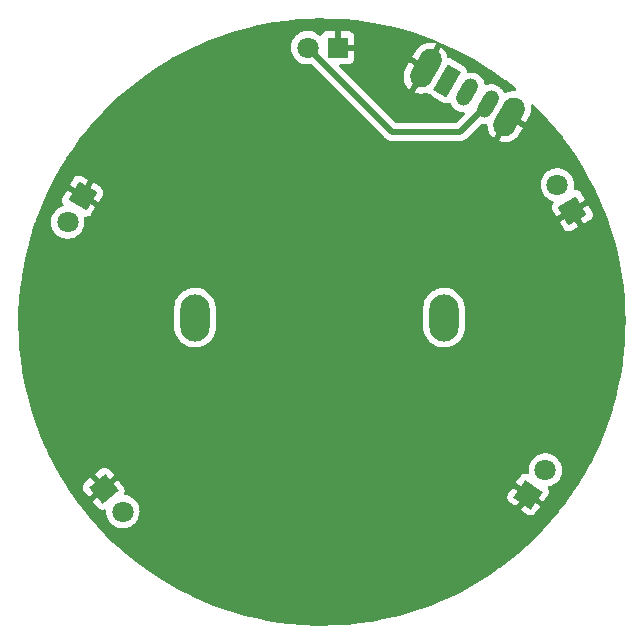
<source format=gbr>
%TF.GenerationSoftware,KiCad,Pcbnew,(6.0.1)*%
%TF.CreationDate,2022-04-19T14:46:11-07:00*%
%TF.ProjectId,Alpenglow_GoldSun_PCB,416c7065-6e67-46c6-9f77-5f476f6c6453,rev?*%
%TF.SameCoordinates,Original*%
%TF.FileFunction,Copper,L1,Top*%
%TF.FilePolarity,Positive*%
%FSLAX46Y46*%
G04 Gerber Fmt 4.6, Leading zero omitted, Abs format (unit mm)*
G04 Created by KiCad (PCBNEW (6.0.1)) date 2022-04-19 14:46:11*
%MOMM*%
%LPD*%
G01*
G04 APERTURE LIST*
G04 Aperture macros list*
%AMHorizOval*
0 Thick line with rounded ends*
0 $1 width*
0 $2 $3 position (X,Y) of the first rounded end (center of the circle)*
0 $4 $5 position (X,Y) of the second rounded end (center of the circle)*
0 Add line between two ends*
20,1,$1,$2,$3,$4,$5,0*
0 Add two circle primitives to create the rounded ends*
1,1,$1,$2,$3*
1,1,$1,$4,$5*%
%AMRotRect*
0 Rectangle, with rotation*
0 The origin of the aperture is its center*
0 $1 length*
0 $2 width*
0 $3 Rotation angle, in degrees counterclockwise*
0 Add horizontal line*
21,1,$1,$2,0,0,$3*%
G04 Aperture macros list end*
%TA.AperFunction,ComponentPad*%
%ADD10R,1.800000X1.800000*%
%TD*%
%TA.AperFunction,ComponentPad*%
%ADD11C,1.800000*%
%TD*%
%TA.AperFunction,ComponentPad*%
%ADD12RotRect,1.800000X1.800000X240.000000*%
%TD*%
%TA.AperFunction,ComponentPad*%
%ADD13RotRect,1.800000X1.800000X120.000000*%
%TD*%
%TA.AperFunction,ComponentPad*%
%ADD14RotRect,1.800000X1.800000X310.000000*%
%TD*%
%TA.AperFunction,ComponentPad*%
%ADD15RotRect,1.800000X1.800000X55.000000*%
%TD*%
%TA.AperFunction,ComponentPad*%
%ADD16O,2.500000X4.000000*%
%TD*%
%TA.AperFunction,ComponentPad*%
%ADD17HorizOval,1.900000X-0.400000X-0.692820X0.400000X0.692820X0*%
%TD*%
%TA.AperFunction,ComponentPad*%
%ADD18RotRect,1.300000X2.500000X330.000000*%
%TD*%
%TA.AperFunction,ComponentPad*%
%ADD19HorizOval,1.300000X-0.300000X-0.519615X0.300000X0.519615X0*%
%TD*%
%TA.AperFunction,Conductor*%
%ADD20C,0.508000*%
%TD*%
G04 APERTURE END LIST*
D10*
%TO.P,D1,1*%
%TO.N,GND*%
X153924000Y-66548000D03*
D11*
%TO.P,D1,2*%
%TO.N,Net-(D1-Pad2)*%
X151384000Y-66548000D03*
%TD*%
D12*
%TO.P,D2,1*%
%TO.N,GND*%
X132334000Y-79121000D03*
D11*
%TO.P,D2,2*%
%TO.N,Net-(D1-Pad2)*%
X131064000Y-81320705D03*
%TD*%
D13*
%TO.P,D3,1*%
%TO.N,GND*%
X173812200Y-80365600D03*
D11*
%TO.P,D3,2*%
%TO.N,Net-(D1-Pad2)*%
X172542200Y-78165895D03*
%TD*%
D14*
%TO.P,D4,1*%
%TO.N,GND*%
X134112000Y-103886000D03*
D11*
%TO.P,D4,2*%
%TO.N,Net-(D1-Pad2)*%
X135744681Y-105831753D03*
%TD*%
D15*
%TO.P,D5,1*%
%TO.N,GND*%
X170053000Y-104394000D03*
D11*
%TO.P,D5,2*%
%TO.N,Net-(D1-Pad2)*%
X171509884Y-102313354D03*
%TD*%
D16*
%TO.P,BT1,1*%
%TO.N,VCC*%
X141859000Y-89408000D03*
X162941000Y-89408000D03*
%TD*%
D17*
%TO.P,SW1,*%
%TO.N,GND*%
X161376347Y-68292000D03*
X168477755Y-72392000D03*
D18*
%TO.P,SW1,1*%
%TO.N,Net-(SW1-Pad1)*%
X163195000Y-69342000D03*
D19*
%TO.P,SW1,2*%
%TO.N,VCC*%
X164927051Y-70342000D03*
%TO.P,SW1,3*%
%TO.N,Net-(D1-Pad2)*%
X166659102Y-71342000D03*
%TD*%
D20*
%TO.N,Net-(D1-Pad2)*%
X151384000Y-66548000D02*
X158521400Y-73685400D01*
X158521400Y-73685400D02*
X164315702Y-73685400D01*
X164315702Y-73685400D02*
X166659102Y-71342000D01*
%TD*%
%TA.AperFunction,Conductor*%
%TO.N,GND*%
G36*
X153017774Y-64092279D02*
G01*
X153497844Y-64099821D01*
X153502679Y-64099989D01*
X154216587Y-64138652D01*
X154483382Y-64153101D01*
X154488192Y-64153455D01*
X155466076Y-64244170D01*
X155470878Y-64244709D01*
X156444587Y-64372901D01*
X156449325Y-64373617D01*
X156933388Y-64456359D01*
X157417427Y-64539098D01*
X157422179Y-64540005D01*
X157762575Y-64611737D01*
X158383172Y-64742517D01*
X158387836Y-64743593D01*
X159340404Y-64982862D01*
X159345047Y-64984125D01*
X160287659Y-65259763D01*
X160292255Y-65261203D01*
X161145634Y-65546740D01*
X161223621Y-65572834D01*
X161228174Y-65574455D01*
X161384717Y-65633608D01*
X162146880Y-65921606D01*
X162151370Y-65923402D01*
X162196431Y-65942436D01*
X162251400Y-65987369D01*
X162273351Y-66054887D01*
X162255314Y-66123554D01*
X162203016Y-66171569D01*
X162133061Y-66183687D01*
X162121421Y-66181798D01*
X161964764Y-66148785D01*
X161954547Y-66147495D01*
X161725353Y-66137488D01*
X161715049Y-66137884D01*
X161487311Y-66165443D01*
X161477207Y-66167516D01*
X161257019Y-66231904D01*
X161247395Y-66235598D01*
X161040679Y-66335084D01*
X161031792Y-66340298D01*
X160844094Y-66472215D01*
X160836187Y-66478802D01*
X160672546Y-66639611D01*
X160665822Y-66647402D01*
X160554868Y-66799557D01*
X160551209Y-66805180D01*
X160249740Y-67327341D01*
X160245996Y-67342776D01*
X160246598Y-67344516D01*
X160252414Y-67349804D01*
X161267687Y-67935972D01*
X161283122Y-67939717D01*
X161284862Y-67939114D01*
X161290149Y-67933298D01*
X162265410Y-66244099D01*
X162269155Y-66228663D01*
X162258121Y-66196782D01*
X162254743Y-66125865D01*
X162290242Y-66064381D01*
X162353346Y-66031849D01*
X162426220Y-66039503D01*
X163056074Y-66305563D01*
X163060437Y-66307506D01*
X163949828Y-66724126D01*
X163954161Y-66726258D01*
X164108784Y-66806065D01*
X164826882Y-67176703D01*
X164831137Y-67179004D01*
X165643353Y-67638533D01*
X165685898Y-67662604D01*
X165690056Y-67665063D01*
X165755902Y-67705730D01*
X166525636Y-68181129D01*
X166529702Y-68183749D01*
X166741152Y-68325837D01*
X167344873Y-68731521D01*
X167348812Y-68734279D01*
X167490681Y-68837731D01*
X168142351Y-69312938D01*
X168146204Y-69315863D01*
X168916931Y-69924546D01*
X168920659Y-69927607D01*
X169029834Y-70020852D01*
X169068641Y-70080300D01*
X169069149Y-70151295D01*
X169031193Y-70211293D01*
X168966824Y-70241247D01*
X168942506Y-70242541D01*
X168826761Y-70237488D01*
X168816457Y-70237884D01*
X168588719Y-70265443D01*
X168578615Y-70267516D01*
X168358427Y-70331904D01*
X168348803Y-70335598D01*
X168189707Y-70412166D01*
X168119651Y-70423683D01*
X168054489Y-70395498D01*
X168023557Y-70357297D01*
X168021517Y-70353418D01*
X167934864Y-70188718D01*
X167855368Y-70087877D01*
X167806624Y-70026046D01*
X167806623Y-70026045D01*
X167803048Y-70021510D01*
X167714889Y-69944196D01*
X167647313Y-69884933D01*
X167647309Y-69884930D01*
X167642969Y-69881124D01*
X167638004Y-69878170D01*
X167638001Y-69878168D01*
X167464948Y-69775213D01*
X167464947Y-69775213D01*
X167459986Y-69772261D01*
X167260229Y-69698566D01*
X167073171Y-69666423D01*
X167056085Y-69663487D01*
X167056084Y-69663487D01*
X167050387Y-69662508D01*
X166950484Y-69663816D01*
X166843267Y-69665220D01*
X166843264Y-69665220D01*
X166837488Y-69665296D01*
X166831824Y-69666423D01*
X166831820Y-69666423D01*
X166634331Y-69705705D01*
X166634329Y-69705706D01*
X166628661Y-69706833D01*
X166543771Y-69740701D01*
X166473089Y-69747366D01*
X166410023Y-69714759D01*
X166374598Y-69653232D01*
X166371954Y-69638481D01*
X166365769Y-69586222D01*
X166365768Y-69586219D01*
X166365090Y-69580487D01*
X166301950Y-69377147D01*
X166202813Y-69188718D01*
X166198589Y-69183359D01*
X166074573Y-69026046D01*
X166074572Y-69026045D01*
X166070997Y-69021510D01*
X166066656Y-69017703D01*
X165915262Y-68884933D01*
X165915258Y-68884930D01*
X165910918Y-68881124D01*
X165905953Y-68878170D01*
X165905950Y-68878168D01*
X165732897Y-68775213D01*
X165732896Y-68775213D01*
X165727935Y-68772261D01*
X165528178Y-68698566D01*
X165406887Y-68677724D01*
X165324034Y-68663487D01*
X165324033Y-68663487D01*
X165318336Y-68662508D01*
X165218433Y-68663816D01*
X165111216Y-68665220D01*
X165111213Y-68665220D01*
X165105437Y-68665296D01*
X165099773Y-68666423D01*
X165099769Y-68666423D01*
X165074769Y-68671396D01*
X165042956Y-68677724D01*
X164972243Y-68671396D01*
X164916176Y-68627841D01*
X164893275Y-68569173D01*
X164880211Y-68460417D01*
X164880210Y-68460414D01*
X164879140Y-68451505D01*
X164872733Y-68436520D01*
X164825409Y-68325837D01*
X164825408Y-68325835D01*
X164821877Y-68317577D01*
X164729325Y-68205102D01*
X164721029Y-68199030D01*
X164681599Y-68170171D01*
X164681593Y-68170167D01*
X164678852Y-68168161D01*
X164675909Y-68166462D01*
X164675900Y-68166456D01*
X163674085Y-67588059D01*
X163469648Y-67470027D01*
X163412420Y-67444786D01*
X163404625Y-67443489D01*
X163404623Y-67443488D01*
X163312568Y-67428167D01*
X163248655Y-67397253D01*
X163210146Y-67330719D01*
X163176518Y-67176487D01*
X163173509Y-67166645D01*
X163088682Y-66953486D01*
X163084099Y-66944253D01*
X162965600Y-66747813D01*
X162959573Y-66739457D01*
X162810588Y-66565017D01*
X162803264Y-66557745D01*
X162728066Y-66494423D01*
X162715823Y-66489039D01*
X162704612Y-66499377D01*
X161723317Y-68199030D01*
X161501979Y-68582398D01*
X161501979Y-68582399D01*
X161469317Y-68638970D01*
X160487284Y-70339901D01*
X160484005Y-70353418D01*
X160495375Y-70362276D01*
X160553566Y-70384964D01*
X160563447Y-70387910D01*
X160787929Y-70435216D01*
X160798145Y-70436506D01*
X161027340Y-70446512D01*
X161037645Y-70446116D01*
X161265383Y-70418557D01*
X161275487Y-70416484D01*
X161464751Y-70361139D01*
X161535748Y-70361218D01*
X161597410Y-70402015D01*
X161655651Y-70472794D01*
X161655656Y-70472799D01*
X161660675Y-70478898D01*
X161667049Y-70483563D01*
X161667050Y-70483564D01*
X161708401Y-70513829D01*
X161708407Y-70513833D01*
X161711148Y-70515839D01*
X161714091Y-70517538D01*
X161714100Y-70517544D01*
X162189350Y-70791929D01*
X162920352Y-71213973D01*
X162977580Y-71239214D01*
X162985375Y-71240511D01*
X162985377Y-71240512D01*
X163112404Y-71261654D01*
X163112406Y-71261654D01*
X163121262Y-71263128D01*
X163265879Y-71245756D01*
X163373407Y-71199780D01*
X163443908Y-71191390D01*
X163507751Y-71222447D01*
X163543276Y-71278268D01*
X163552152Y-71306853D01*
X163554840Y-71311962D01*
X163613820Y-71424064D01*
X163651289Y-71495282D01*
X163783105Y-71662490D01*
X163943185Y-71802876D01*
X164126167Y-71911739D01*
X164325924Y-71985434D01*
X164331620Y-71986413D01*
X164331621Y-71986413D01*
X164530069Y-72020513D01*
X164530070Y-72020513D01*
X164535767Y-72021492D01*
X164596236Y-72020700D01*
X164664612Y-72039808D01*
X164711803Y-72092850D01*
X164722827Y-72162986D01*
X164694182Y-72227947D01*
X164686980Y-72235784D01*
X164036769Y-72885995D01*
X163974457Y-72920021D01*
X163947674Y-72922900D01*
X158889428Y-72922900D01*
X158821307Y-72902898D01*
X158800333Y-72885995D01*
X154858368Y-68944030D01*
X159514334Y-68944030D01*
X159525941Y-69173152D01*
X159527303Y-69183359D01*
X159576176Y-69407513D01*
X159579185Y-69417356D01*
X159664012Y-69630515D01*
X159668595Y-69639748D01*
X159787094Y-69836187D01*
X159793121Y-69844543D01*
X159942106Y-70018983D01*
X159949430Y-70026255D01*
X160024628Y-70089577D01*
X160036871Y-70094961D01*
X160048082Y-70084623D01*
X161020319Y-68400660D01*
X161024064Y-68385225D01*
X161023461Y-68383485D01*
X161017645Y-68378198D01*
X160002371Y-67792028D01*
X159986936Y-67788283D01*
X159985196Y-67788886D01*
X159979909Y-67794702D01*
X159684587Y-68306215D01*
X159682186Y-68310798D01*
X159609104Y-68465402D01*
X159605479Y-68475047D01*
X159542631Y-68695678D01*
X159540627Y-68705796D01*
X159514658Y-68933726D01*
X159514334Y-68944030D01*
X154858368Y-68944030D01*
X154085433Y-68171095D01*
X154051407Y-68108783D01*
X154056472Y-68037968D01*
X154099019Y-67981132D01*
X154165539Y-67956321D01*
X154174528Y-67956000D01*
X154868669Y-67955999D01*
X154875490Y-67955629D01*
X154926352Y-67950105D01*
X154941604Y-67946479D01*
X155062054Y-67901324D01*
X155077649Y-67892786D01*
X155179724Y-67816285D01*
X155192285Y-67803724D01*
X155268786Y-67701649D01*
X155277324Y-67686054D01*
X155322478Y-67565606D01*
X155326105Y-67550351D01*
X155331631Y-67499486D01*
X155332000Y-67492672D01*
X155332000Y-66820115D01*
X155327525Y-66804876D01*
X155326135Y-66803671D01*
X155318452Y-66802000D01*
X153796000Y-66802000D01*
X153727879Y-66781998D01*
X153681386Y-66728342D01*
X153670000Y-66676000D01*
X153670000Y-66275885D01*
X154178000Y-66275885D01*
X154182475Y-66291124D01*
X154183865Y-66292329D01*
X154191548Y-66294000D01*
X155313884Y-66294000D01*
X155329123Y-66289525D01*
X155330328Y-66288135D01*
X155331999Y-66280452D01*
X155331999Y-65603331D01*
X155331629Y-65596510D01*
X155326105Y-65545648D01*
X155322479Y-65530396D01*
X155277324Y-65409946D01*
X155268786Y-65394351D01*
X155192285Y-65292276D01*
X155179724Y-65279715D01*
X155077649Y-65203214D01*
X155062054Y-65194676D01*
X154941606Y-65149522D01*
X154926351Y-65145895D01*
X154875486Y-65140369D01*
X154868672Y-65140000D01*
X154196115Y-65140000D01*
X154180876Y-65144475D01*
X154179671Y-65145865D01*
X154178000Y-65153548D01*
X154178000Y-66275885D01*
X153670000Y-66275885D01*
X153670000Y-65158116D01*
X153665525Y-65142877D01*
X153664135Y-65141672D01*
X153656452Y-65140001D01*
X152979331Y-65140001D01*
X152972510Y-65140371D01*
X152921648Y-65145895D01*
X152906396Y-65149521D01*
X152785946Y-65194676D01*
X152770351Y-65203214D01*
X152668276Y-65279715D01*
X152655715Y-65292276D01*
X152579214Y-65394351D01*
X152570675Y-65409948D01*
X152549934Y-65465275D01*
X152507293Y-65522040D01*
X152440731Y-65546740D01*
X152371383Y-65531533D01*
X152348388Y-65514909D01*
X152347887Y-65514358D01*
X152266684Y-65450228D01*
X152170177Y-65374011D01*
X152170172Y-65374008D01*
X152166123Y-65370810D01*
X152161607Y-65368317D01*
X152161604Y-65368315D01*
X151967879Y-65261373D01*
X151967875Y-65261371D01*
X151963355Y-65258876D01*
X151958486Y-65257152D01*
X151958482Y-65257150D01*
X151749903Y-65183288D01*
X151749899Y-65183287D01*
X151745028Y-65181562D01*
X151739935Y-65180655D01*
X151739932Y-65180654D01*
X151522095Y-65141851D01*
X151522089Y-65141850D01*
X151517006Y-65140945D01*
X151439644Y-65140000D01*
X151290581Y-65138179D01*
X151290579Y-65138179D01*
X151285411Y-65138116D01*
X151056464Y-65173150D01*
X150836314Y-65245106D01*
X150831726Y-65247494D01*
X150831722Y-65247496D01*
X150635461Y-65349663D01*
X150630872Y-65352052D01*
X150626739Y-65355155D01*
X150626736Y-65355157D01*
X150480073Y-65465275D01*
X150445655Y-65491117D01*
X150285639Y-65658564D01*
X150155119Y-65849899D01*
X150057602Y-66059981D01*
X149995707Y-66283169D01*
X149971095Y-66513469D01*
X149984427Y-66744697D01*
X149985564Y-66749743D01*
X149985565Y-66749749D01*
X149997989Y-66804876D01*
X150035346Y-66970642D01*
X150037288Y-66975424D01*
X150037289Y-66975428D01*
X150119468Y-67177809D01*
X150122484Y-67185237D01*
X150243501Y-67382719D01*
X150395147Y-67557784D01*
X150573349Y-67705730D01*
X150773322Y-67822584D01*
X150989694Y-67905209D01*
X150994760Y-67906240D01*
X150994761Y-67906240D01*
X151047846Y-67917040D01*
X151216656Y-67951385D01*
X151347324Y-67956176D01*
X151442949Y-67959683D01*
X151442953Y-67959683D01*
X151448113Y-67959872D01*
X151453233Y-67959216D01*
X151453235Y-67959216D01*
X151625579Y-67937138D01*
X151695689Y-67948322D01*
X151730684Y-67973022D01*
X157934590Y-74176928D01*
X157946977Y-74191341D01*
X157959946Y-74208964D01*
X157965529Y-74213707D01*
X158000455Y-74243379D01*
X158007971Y-74250309D01*
X158013715Y-74256053D01*
X158016589Y-74258327D01*
X158016596Y-74258333D01*
X158036111Y-74273772D01*
X158039515Y-74276563D01*
X158089872Y-74319345D01*
X158089876Y-74319348D01*
X158095451Y-74324084D01*
X158101968Y-74327412D01*
X158107032Y-74330789D01*
X158112256Y-74334016D01*
X158118000Y-74338560D01*
X158184504Y-74369642D01*
X158188401Y-74371547D01*
X158253804Y-74404943D01*
X158260918Y-74406684D01*
X158266652Y-74408816D01*
X158272448Y-74410744D01*
X158279080Y-74413844D01*
X158350955Y-74428794D01*
X158355239Y-74429764D01*
X158426512Y-74447204D01*
X158432114Y-74447552D01*
X158432117Y-74447552D01*
X158437730Y-74447900D01*
X158437728Y-74447937D01*
X158441627Y-74448173D01*
X158445998Y-74448563D01*
X158453157Y-74450052D01*
X158530977Y-74447946D01*
X158534386Y-74447900D01*
X164248326Y-74447900D01*
X164267276Y-74449333D01*
X164281675Y-74451524D01*
X164281681Y-74451524D01*
X164288910Y-74452624D01*
X164296202Y-74452031D01*
X164296205Y-74452031D01*
X164341885Y-74448315D01*
X164352100Y-74447900D01*
X164360227Y-74447900D01*
X164363863Y-74447476D01*
X164363865Y-74447476D01*
X164367317Y-74447073D01*
X164388626Y-74444589D01*
X164392946Y-74444162D01*
X164466128Y-74438209D01*
X164473090Y-74435953D01*
X164479078Y-74434757D01*
X164485035Y-74433349D01*
X164492309Y-74432501D01*
X164499191Y-74430003D01*
X164499195Y-74430002D01*
X164561309Y-74407455D01*
X164565413Y-74406045D01*
X164635277Y-74383413D01*
X164641540Y-74379613D01*
X164647082Y-74377075D01*
X164652558Y-74374333D01*
X164659443Y-74371834D01*
X164720834Y-74331585D01*
X164724502Y-74329270D01*
X164787283Y-74291173D01*
X164791488Y-74287459D01*
X164791491Y-74287457D01*
X164795707Y-74283733D01*
X164795733Y-74283762D01*
X164798664Y-74281162D01*
X164802018Y-74278358D01*
X164808137Y-74274346D01*
X164861691Y-74217813D01*
X164864068Y-74215372D01*
X166042589Y-73036851D01*
X166104901Y-73002825D01*
X166153023Y-73001766D01*
X166267818Y-73021492D01*
X166366071Y-73020205D01*
X166474940Y-73018780D01*
X166474944Y-73018780D01*
X166480717Y-73018704D01*
X166482659Y-73018318D01*
X166551284Y-73030869D01*
X166603130Y-73079372D01*
X166620453Y-73137031D01*
X166627349Y-73273152D01*
X166628711Y-73283359D01*
X166677584Y-73507513D01*
X166680593Y-73517356D01*
X166765420Y-73730515D01*
X166770003Y-73739748D01*
X166888502Y-73936187D01*
X166894529Y-73944543D01*
X167043514Y-74118983D01*
X167050838Y-74126255D01*
X167126036Y-74189577D01*
X167138279Y-74194961D01*
X167149490Y-74184623D01*
X168174961Y-72408456D01*
X168321785Y-72154149D01*
X168373167Y-72105156D01*
X168442881Y-72091720D01*
X168493904Y-72108030D01*
X169851731Y-72891972D01*
X169867166Y-72895717D01*
X169868906Y-72895114D01*
X169874193Y-72889298D01*
X170169515Y-72377785D01*
X170171916Y-72373202D01*
X170244998Y-72218598D01*
X170248623Y-72208953D01*
X170311472Y-71988321D01*
X170313475Y-71978206D01*
X170339443Y-71750276D01*
X170339767Y-71739971D01*
X170328161Y-71510847D01*
X170326799Y-71500639D01*
X170325544Y-71494882D01*
X170330576Y-71424064D01*
X170373096Y-71367208D01*
X170439604Y-71342366D01*
X170508986Y-71357425D01*
X170537592Y-71378790D01*
X171091980Y-71931246D01*
X171095340Y-71934726D01*
X171763864Y-72654144D01*
X171767076Y-72657735D01*
X172407544Y-73402348D01*
X172410566Y-73406000D01*
X172983482Y-74126255D01*
X173021966Y-74174636D01*
X173024894Y-74178466D01*
X173287901Y-74536506D01*
X173606308Y-74969965D01*
X173609097Y-74973919D01*
X174159718Y-75787184D01*
X174162352Y-75791241D01*
X174681300Y-76624966D01*
X174683777Y-76629121D01*
X175170390Y-77482242D01*
X175172697Y-77486473D01*
X175626174Y-78357594D01*
X175628322Y-78361920D01*
X176048043Y-79249848D01*
X176050000Y-79254202D01*
X176435333Y-80157600D01*
X176437125Y-80162034D01*
X176551982Y-80462816D01*
X176787487Y-81079546D01*
X176789125Y-81084098D01*
X177104004Y-82014367D01*
X177105466Y-82018976D01*
X177307688Y-82701661D01*
X177384391Y-82960606D01*
X177385672Y-82965255D01*
X177628252Y-83916936D01*
X177629357Y-83921646D01*
X177835223Y-84881930D01*
X177836146Y-84886679D01*
X178004998Y-85854150D01*
X178005738Y-85858931D01*
X178137324Y-86832166D01*
X178137879Y-86836959D01*
X178224700Y-87738621D01*
X178232011Y-87814549D01*
X178232380Y-87819349D01*
X178242700Y-87998326D01*
X178288913Y-88799826D01*
X178289099Y-88804660D01*
X178307962Y-89787015D01*
X178307976Y-89790973D01*
X178300351Y-90415060D01*
X178300240Y-90419017D01*
X178257382Y-91400608D01*
X178257078Y-91405436D01*
X178176608Y-92384224D01*
X178176119Y-92389035D01*
X178111378Y-92924032D01*
X178058135Y-93364007D01*
X178057465Y-93368779D01*
X177972203Y-93901084D01*
X177902132Y-94338548D01*
X177901275Y-94343309D01*
X177708844Y-95306335D01*
X177707806Y-95311060D01*
X177478533Y-96266050D01*
X177477313Y-96270732D01*
X177253798Y-97065914D01*
X177211562Y-97216172D01*
X177210164Y-97220803D01*
X176908309Y-98155363D01*
X176906734Y-98159937D01*
X176569223Y-99082231D01*
X176567488Y-99086704D01*
X176203819Y-99973420D01*
X176194820Y-99995362D01*
X176192899Y-99999801D01*
X175785632Y-100893468D01*
X175783542Y-100897831D01*
X175342270Y-101775201D01*
X175340014Y-101779480D01*
X174865374Y-102639291D01*
X174862963Y-102643468D01*
X174558565Y-103148073D01*
X174355677Y-103484404D01*
X174353099Y-103488498D01*
X173902399Y-104174624D01*
X173813910Y-104309335D01*
X173811182Y-104313320D01*
X173645836Y-104545126D01*
X173240853Y-105112892D01*
X173237968Y-105116775D01*
X173033523Y-105381297D01*
X172708075Y-105802378D01*
X172637419Y-105893796D01*
X172634396Y-105897557D01*
X172340249Y-106249353D01*
X172004408Y-106651013D01*
X172001234Y-106654664D01*
X171342804Y-107383363D01*
X171339492Y-107386889D01*
X170653603Y-108089746D01*
X170650159Y-108093143D01*
X169937755Y-108769189D01*
X169934182Y-108772451D01*
X169196386Y-109420621D01*
X169192691Y-109423744D01*
X168430528Y-110043137D01*
X168426716Y-110046115D01*
X167641353Y-110635781D01*
X167637429Y-110638611D01*
X166830010Y-111197695D01*
X166825981Y-111200372D01*
X165997690Y-111728052D01*
X165993560Y-111730573D01*
X165145631Y-112226062D01*
X165141409Y-112228422D01*
X164275034Y-112691024D01*
X164270771Y-112693196D01*
X163387305Y-113122184D01*
X163382947Y-113124198D01*
X162483635Y-113518968D01*
X162479197Y-113520815D01*
X161967333Y-113722444D01*
X161565422Y-113880761D01*
X161560888Y-113882447D01*
X160633988Y-114207043D01*
X160629392Y-114208554D01*
X159690706Y-114497331D01*
X159686056Y-114498664D01*
X159153610Y-114640337D01*
X158736976Y-114751194D01*
X158732314Y-114752339D01*
X157774224Y-114968255D01*
X157769505Y-114969224D01*
X156803827Y-115148201D01*
X156799072Y-115148989D01*
X156601666Y-115177787D01*
X155827276Y-115290758D01*
X155822476Y-115291365D01*
X155334193Y-115343548D01*
X154845890Y-115395732D01*
X154841113Y-115396149D01*
X154252383Y-115436285D01*
X153861305Y-115462946D01*
X153856473Y-115463183D01*
X153365624Y-115477752D01*
X152874763Y-115492320D01*
X152869952Y-115492370D01*
X152191570Y-115486449D01*
X151887900Y-115483799D01*
X151883065Y-115483664D01*
X151448765Y-115463183D01*
X150902069Y-115437401D01*
X150897258Y-115437083D01*
X149918710Y-115353191D01*
X149913916Y-115352687D01*
X148939349Y-115231299D01*
X148934564Y-115230609D01*
X147965385Y-115071900D01*
X147960627Y-115071027D01*
X147458097Y-114968786D01*
X146998228Y-114875224D01*
X146993509Y-114874169D01*
X146039361Y-114641573D01*
X146034684Y-114640337D01*
X145090178Y-114371287D01*
X145085552Y-114369873D01*
X144152051Y-114064758D01*
X144147482Y-114063167D01*
X143226386Y-113722444D01*
X143221882Y-113720679D01*
X142314537Y-113344844D01*
X142310104Y-113342907D01*
X141834614Y-113124206D01*
X141417851Y-112932516D01*
X141413524Y-112930424D01*
X140537675Y-112486081D01*
X140533412Y-112483814D01*
X139675295Y-112006192D01*
X139671114Y-112003759D01*
X139219795Y-111729353D01*
X138831940Y-111493533D01*
X138827883Y-111490959D01*
X138008907Y-110948891D01*
X138004925Y-110946144D01*
X137207385Y-110373053D01*
X137203511Y-110370155D01*
X136428551Y-109766866D01*
X136424791Y-109763821D01*
X136020937Y-109423744D01*
X135673561Y-109131226D01*
X135669938Y-109128054D01*
X134943528Y-108467071D01*
X134940037Y-108463771D01*
X134239498Y-107775352D01*
X134236179Y-107771961D01*
X133562620Y-107057198D01*
X133559378Y-107053623D01*
X133552505Y-107045744D01*
X132913758Y-106313535D01*
X132910682Y-106309869D01*
X132437624Y-105723602D01*
X132293947Y-105545541D01*
X132290982Y-105541719D01*
X131879027Y-104989039D01*
X133201728Y-104989039D01*
X133205385Y-104995997D01*
X133640638Y-105514711D01*
X133645289Y-105519681D01*
X133682227Y-105555105D01*
X133694805Y-105564454D01*
X133806826Y-105627703D01*
X133823376Y-105634156D01*
X133947601Y-105663179D01*
X133965296Y-105664727D01*
X134092675Y-105657716D01*
X134110093Y-105654235D01*
X134167867Y-105633834D01*
X134238761Y-105630012D01*
X134300467Y-105665125D01*
X134333393Y-105728025D01*
X134335109Y-105766033D01*
X134331776Y-105797222D01*
X134332073Y-105802375D01*
X134332073Y-105802378D01*
X134337748Y-105900794D01*
X134345108Y-106028450D01*
X134346245Y-106033496D01*
X134346246Y-106033502D01*
X134372520Y-106150086D01*
X134396027Y-106254395D01*
X134397969Y-106259177D01*
X134397970Y-106259181D01*
X134481221Y-106464203D01*
X134483165Y-106468990D01*
X134604182Y-106666472D01*
X134755828Y-106841537D01*
X134934030Y-106989483D01*
X135134003Y-107106337D01*
X135350375Y-107188962D01*
X135355441Y-107189993D01*
X135355442Y-107189993D01*
X135408527Y-107200793D01*
X135577337Y-107235138D01*
X135708005Y-107239929D01*
X135803630Y-107243436D01*
X135803634Y-107243436D01*
X135808794Y-107243625D01*
X135813914Y-107242969D01*
X135813916Y-107242969D01*
X135886951Y-107233613D01*
X136038528Y-107214195D01*
X136043476Y-107212710D01*
X136043483Y-107212709D01*
X136255428Y-107149122D01*
X136260371Y-107147639D01*
X136340917Y-107108180D01*
X136463730Y-107048015D01*
X136463733Y-107048013D01*
X136468365Y-107045744D01*
X136656924Y-106911247D01*
X136820984Y-106747758D01*
X136956139Y-106559670D01*
X137003322Y-106464203D01*
X137056465Y-106356675D01*
X137056466Y-106356673D01*
X137058759Y-106352033D01*
X137126089Y-106130424D01*
X137156321Y-105900794D01*
X137158008Y-105831753D01*
X137149116Y-105723602D01*
X137146622Y-105693264D01*
X169458785Y-105693264D01*
X169459234Y-105695051D01*
X169464564Y-105700822D01*
X170019244Y-106089213D01*
X170025014Y-106092805D01*
X170069869Y-106117465D01*
X170084437Y-106123240D01*
X170209007Y-106155340D01*
X170226673Y-106157290D01*
X170354165Y-106153172D01*
X170371668Y-106150086D01*
X170492881Y-106110351D01*
X170508818Y-106102474D01*
X170614890Y-106029709D01*
X170626613Y-106019292D01*
X170660325Y-105980784D01*
X170664515Y-105975441D01*
X171050287Y-105424499D01*
X171055363Y-105409450D01*
X171054914Y-105407663D01*
X171049584Y-105401892D01*
X170130215Y-104758144D01*
X170115166Y-104753068D01*
X170113379Y-104753517D01*
X170107608Y-104758847D01*
X169463861Y-105678215D01*
X169458785Y-105693264D01*
X137146622Y-105693264D01*
X137139454Y-105606071D01*
X137139453Y-105606065D01*
X137139030Y-105600920D01*
X137090936Y-105409450D01*
X137083865Y-105381297D01*
X137083864Y-105381293D01*
X137082606Y-105376286D01*
X136990251Y-105163884D01*
X136864445Y-104969418D01*
X136852136Y-104955890D01*
X136790551Y-104888209D01*
X136708568Y-104798111D01*
X136704517Y-104794912D01*
X136704513Y-104794908D01*
X136530858Y-104657764D01*
X136530853Y-104657761D01*
X136526804Y-104654563D01*
X136522288Y-104652070D01*
X136522285Y-104652068D01*
X136369404Y-104567673D01*
X168289710Y-104567673D01*
X168293828Y-104695165D01*
X168296914Y-104712668D01*
X168336649Y-104833881D01*
X168344526Y-104849818D01*
X168417291Y-104955890D01*
X168427708Y-104967613D01*
X168466216Y-105001325D01*
X168471559Y-105005515D01*
X169022501Y-105391287D01*
X169037550Y-105396363D01*
X169039337Y-105395914D01*
X169045108Y-105390584D01*
X169688856Y-104471215D01*
X169693932Y-104456166D01*
X169693483Y-104454379D01*
X169688153Y-104448608D01*
X168768785Y-103804861D01*
X168753736Y-103799785D01*
X168751949Y-103800234D01*
X168746178Y-103805564D01*
X168357787Y-104360244D01*
X168354195Y-104366014D01*
X168329535Y-104410869D01*
X168323760Y-104425437D01*
X168291660Y-104550007D01*
X168289710Y-104567673D01*
X136369404Y-104567673D01*
X136328560Y-104545126D01*
X136328556Y-104545124D01*
X136324036Y-104542629D01*
X136319167Y-104540905D01*
X136319163Y-104540903D01*
X136110584Y-104467041D01*
X136110580Y-104467040D01*
X136105709Y-104465315D01*
X136100616Y-104464408D01*
X136100613Y-104464407D01*
X136001048Y-104446672D01*
X135911127Y-104430655D01*
X135847570Y-104399017D01*
X135811207Y-104338040D01*
X135813584Y-104267083D01*
X135823505Y-104244659D01*
X135853703Y-104191174D01*
X135860156Y-104174624D01*
X135889179Y-104050399D01*
X135890727Y-104032704D01*
X135883716Y-103905325D01*
X135880235Y-103887907D01*
X135837400Y-103766602D01*
X135830378Y-103752595D01*
X135801906Y-103710064D01*
X135797819Y-103704621D01*
X135524212Y-103378550D01*
X169050637Y-103378550D01*
X169051086Y-103380337D01*
X169056416Y-103386108D01*
X169990624Y-104040247D01*
X171337215Y-104983139D01*
X171352264Y-104988215D01*
X171354051Y-104987766D01*
X171359822Y-104982436D01*
X171748213Y-104427756D01*
X171751805Y-104421986D01*
X171776465Y-104377131D01*
X171782240Y-104362563D01*
X171814340Y-104237993D01*
X171816290Y-104220327D01*
X171812172Y-104092835D01*
X171809086Y-104075332D01*
X171769351Y-103954119D01*
X171761476Y-103938186D01*
X171728048Y-103889457D01*
X171706007Y-103821968D01*
X171723952Y-103753277D01*
X171776185Y-103705192D01*
X171802996Y-103695890D01*
X171803731Y-103695796D01*
X172025574Y-103629240D01*
X172090617Y-103597376D01*
X172228933Y-103529616D01*
X172228936Y-103529614D01*
X172233568Y-103527345D01*
X172422127Y-103392848D01*
X172586187Y-103229359D01*
X172721342Y-103041271D01*
X172823962Y-102833634D01*
X172891292Y-102612025D01*
X172921524Y-102382395D01*
X172923211Y-102313354D01*
X172914512Y-102207546D01*
X172904657Y-102087672D01*
X172904656Y-102087666D01*
X172904233Y-102082521D01*
X172847809Y-101857887D01*
X172839629Y-101839074D01*
X172757514Y-101650222D01*
X172757512Y-101650219D01*
X172755454Y-101645485D01*
X172629648Y-101451019D01*
X172473771Y-101279712D01*
X172469720Y-101276513D01*
X172469716Y-101276509D01*
X172296061Y-101139365D01*
X172296056Y-101139362D01*
X172292007Y-101136164D01*
X172287491Y-101133671D01*
X172287488Y-101133669D01*
X172093763Y-101026727D01*
X172093759Y-101026725D01*
X172089239Y-101024230D01*
X172084370Y-101022506D01*
X172084366Y-101022504D01*
X171875787Y-100948642D01*
X171875783Y-100948641D01*
X171870912Y-100946916D01*
X171865819Y-100946009D01*
X171865816Y-100946008D01*
X171647979Y-100907205D01*
X171647973Y-100907204D01*
X171642890Y-100906299D01*
X171569980Y-100905408D01*
X171416465Y-100903533D01*
X171416463Y-100903533D01*
X171411295Y-100903470D01*
X171182348Y-100938504D01*
X170962198Y-101010460D01*
X170957610Y-101012848D01*
X170957606Y-101012850D01*
X170930949Y-101026727D01*
X170756756Y-101117406D01*
X170752623Y-101120509D01*
X170752620Y-101120511D01*
X170727509Y-101139365D01*
X170571539Y-101256471D01*
X170411523Y-101423918D01*
X170408609Y-101428190D01*
X170408608Y-101428191D01*
X170393036Y-101451019D01*
X170281003Y-101615253D01*
X170183486Y-101825335D01*
X170121591Y-102048523D01*
X170096979Y-102278823D01*
X170097276Y-102283976D01*
X170097276Y-102283979D01*
X170102951Y-102382395D01*
X170110253Y-102509051D01*
X170110253Y-102509053D01*
X170110311Y-102510051D01*
X170110105Y-102510063D01*
X170100106Y-102578093D01*
X170053445Y-102631603D01*
X169985262Y-102651391D01*
X169954215Y-102647406D01*
X169896991Y-102632660D01*
X169879327Y-102630710D01*
X169751835Y-102634828D01*
X169734332Y-102637914D01*
X169613119Y-102677649D01*
X169597182Y-102685526D01*
X169491110Y-102758291D01*
X169479387Y-102768708D01*
X169445675Y-102807216D01*
X169441485Y-102812559D01*
X169055713Y-103363501D01*
X169050637Y-103378550D01*
X135524212Y-103378550D01*
X135365503Y-103189408D01*
X135352278Y-103180609D01*
X135350439Y-103180580D01*
X135343481Y-103184237D01*
X134355987Y-104012844D01*
X134080693Y-104243843D01*
X133210556Y-104973975D01*
X133201757Y-104987200D01*
X133201728Y-104989039D01*
X131879027Y-104989039D01*
X131704048Y-104754287D01*
X131701232Y-104750353D01*
X131144971Y-103940987D01*
X131142308Y-103936948D01*
X131017357Y-103739296D01*
X132333273Y-103739296D01*
X132340284Y-103866675D01*
X132343765Y-103884093D01*
X132386600Y-104005398D01*
X132393622Y-104019405D01*
X132422094Y-104061936D01*
X132426181Y-104067379D01*
X132858497Y-104582592D01*
X132871722Y-104591391D01*
X132873561Y-104591420D01*
X132880519Y-104587763D01*
X133740279Y-103866338D01*
X133749078Y-103853113D01*
X133749107Y-103851274D01*
X133745450Y-103844316D01*
X133024025Y-102984556D01*
X133010800Y-102975757D01*
X133008961Y-102975728D01*
X133002003Y-102979385D01*
X132483289Y-103414638D01*
X132478319Y-103419289D01*
X132442895Y-103456227D01*
X132433546Y-103468805D01*
X132370297Y-103580826D01*
X132363844Y-103597376D01*
X132334821Y-103721601D01*
X132333273Y-103739296D01*
X131017357Y-103739296D01*
X130666463Y-103184237D01*
X130617521Y-103106819D01*
X130615019Y-103102687D01*
X130581852Y-103045470D01*
X130351192Y-102647561D01*
X133406580Y-102647561D01*
X133410237Y-102654519D01*
X134131662Y-103514279D01*
X134144887Y-103523078D01*
X134146726Y-103523107D01*
X134153684Y-103519450D01*
X135013444Y-102798025D01*
X135022243Y-102784800D01*
X135022272Y-102782961D01*
X135018615Y-102776003D01*
X134583362Y-102257289D01*
X134578711Y-102252319D01*
X134541773Y-102216895D01*
X134529195Y-102207546D01*
X134417174Y-102144297D01*
X134400624Y-102137844D01*
X134276399Y-102108821D01*
X134258704Y-102107273D01*
X134131325Y-102114284D01*
X134113907Y-102117765D01*
X133992602Y-102160600D01*
X133978595Y-102167622D01*
X133936064Y-102196094D01*
X133930621Y-102200181D01*
X133415408Y-102632497D01*
X133406609Y-102645722D01*
X133406580Y-102647561D01*
X130351192Y-102647561D01*
X130271480Y-102510051D01*
X130122485Y-102253021D01*
X130120140Y-102248790D01*
X129660601Y-101380872D01*
X129658419Y-101376554D01*
X129535194Y-101120511D01*
X129232514Y-100491588D01*
X129230503Y-100487196D01*
X129193939Y-100403105D01*
X128838887Y-99586540D01*
X128837048Y-99582079D01*
X128643925Y-99086742D01*
X128480305Y-98667077D01*
X128478638Y-98662548D01*
X128157272Y-97734499D01*
X128155777Y-97729898D01*
X127870283Y-96790225D01*
X127868966Y-96785571D01*
X127619746Y-95835603D01*
X127618609Y-95830900D01*
X127551453Y-95527979D01*
X127406051Y-94872110D01*
X127405097Y-94867383D01*
X127229491Y-93901084D01*
X127228718Y-93896309D01*
X127090342Y-92924032D01*
X127089752Y-92919230D01*
X127045376Y-92489813D01*
X126988794Y-91942283D01*
X126988392Y-91937486D01*
X126987142Y-91918142D01*
X126925018Y-90957474D01*
X126924798Y-90952642D01*
X126923755Y-90912824D01*
X126905727Y-90224354D01*
X140100500Y-90224354D01*
X140114939Y-90418652D01*
X140115968Y-90423200D01*
X140115969Y-90423206D01*
X140158147Y-90609601D01*
X140172623Y-90673577D01*
X140267353Y-90917177D01*
X140397049Y-91144098D01*
X140558862Y-91349357D01*
X140749237Y-91528443D01*
X140963991Y-91677424D01*
X140968181Y-91679490D01*
X140968184Y-91679492D01*
X141194219Y-91790960D01*
X141194222Y-91790961D01*
X141198407Y-91793025D01*
X141202850Y-91794447D01*
X141202852Y-91794448D01*
X141442877Y-91871280D01*
X141447335Y-91872707D01*
X141705307Y-91914721D01*
X141819058Y-91916210D01*
X141961978Y-91918081D01*
X141961981Y-91918081D01*
X141966655Y-91918142D01*
X142225638Y-91882896D01*
X142476567Y-91809757D01*
X142512862Y-91793025D01*
X142531112Y-91784611D01*
X142713928Y-91700332D01*
X142763976Y-91667519D01*
X142928596Y-91559590D01*
X142928601Y-91559586D01*
X142932509Y-91557024D01*
X143095607Y-91411453D01*
X143124016Y-91386097D01*
X143127506Y-91382982D01*
X143294637Y-91182030D01*
X143320117Y-91140040D01*
X143427804Y-90962578D01*
X143427806Y-90962574D01*
X143430229Y-90958581D01*
X143531303Y-90717545D01*
X143595641Y-90464217D01*
X143600193Y-90419017D01*
X143617184Y-90250271D01*
X143617500Y-90247133D01*
X143617500Y-90224354D01*
X161182500Y-90224354D01*
X161196939Y-90418652D01*
X161197968Y-90423200D01*
X161197969Y-90423206D01*
X161240147Y-90609601D01*
X161254623Y-90673577D01*
X161349353Y-90917177D01*
X161479049Y-91144098D01*
X161640862Y-91349357D01*
X161831237Y-91528443D01*
X162045991Y-91677424D01*
X162050181Y-91679490D01*
X162050184Y-91679492D01*
X162276219Y-91790960D01*
X162276222Y-91790961D01*
X162280407Y-91793025D01*
X162284850Y-91794447D01*
X162284852Y-91794448D01*
X162524877Y-91871280D01*
X162529335Y-91872707D01*
X162787307Y-91914721D01*
X162901058Y-91916210D01*
X163043978Y-91918081D01*
X163043981Y-91918081D01*
X163048655Y-91918142D01*
X163307638Y-91882896D01*
X163558567Y-91809757D01*
X163594862Y-91793025D01*
X163613112Y-91784611D01*
X163795928Y-91700332D01*
X163845976Y-91667519D01*
X164010596Y-91559590D01*
X164010601Y-91559586D01*
X164014509Y-91557024D01*
X164177607Y-91411453D01*
X164206016Y-91386097D01*
X164209506Y-91382982D01*
X164376637Y-91182030D01*
X164402117Y-91140040D01*
X164509804Y-90962578D01*
X164509806Y-90962574D01*
X164512229Y-90958581D01*
X164613303Y-90717545D01*
X164677641Y-90464217D01*
X164682193Y-90419017D01*
X164699184Y-90250271D01*
X164699500Y-90247133D01*
X164699500Y-88591646D01*
X164685061Y-88397348D01*
X164673725Y-88347248D01*
X164628408Y-88146980D01*
X164627377Y-88142423D01*
X164569465Y-87993500D01*
X164534340Y-87903176D01*
X164534339Y-87903173D01*
X164532647Y-87898823D01*
X164402951Y-87671902D01*
X164241138Y-87466643D01*
X164050763Y-87287557D01*
X163836009Y-87138576D01*
X163831816Y-87136508D01*
X163605781Y-87025040D01*
X163605778Y-87025039D01*
X163601593Y-87022975D01*
X163577673Y-87015318D01*
X163357123Y-86944720D01*
X163352665Y-86943293D01*
X163094693Y-86901279D01*
X162980942Y-86899790D01*
X162838022Y-86897919D01*
X162838019Y-86897919D01*
X162833345Y-86897858D01*
X162574362Y-86933104D01*
X162323433Y-87006243D01*
X162319180Y-87008203D01*
X162319179Y-87008204D01*
X162282659Y-87025040D01*
X162086072Y-87115668D01*
X162047067Y-87141241D01*
X161871404Y-87256410D01*
X161871399Y-87256414D01*
X161867491Y-87258976D01*
X161672494Y-87433018D01*
X161505363Y-87633970D01*
X161502934Y-87637973D01*
X161392858Y-87819373D01*
X161369771Y-87857419D01*
X161268697Y-88098455D01*
X161204359Y-88351783D01*
X161182500Y-88568867D01*
X161182500Y-90224354D01*
X143617500Y-90224354D01*
X143617500Y-88591646D01*
X143603061Y-88397348D01*
X143591725Y-88347248D01*
X143546408Y-88146980D01*
X143545377Y-88142423D01*
X143487465Y-87993500D01*
X143452340Y-87903176D01*
X143452339Y-87903173D01*
X143450647Y-87898823D01*
X143320951Y-87671902D01*
X143159138Y-87466643D01*
X142968763Y-87287557D01*
X142754009Y-87138576D01*
X142749816Y-87136508D01*
X142523781Y-87025040D01*
X142523778Y-87025039D01*
X142519593Y-87022975D01*
X142495673Y-87015318D01*
X142275123Y-86944720D01*
X142270665Y-86943293D01*
X142012693Y-86901279D01*
X141898942Y-86899790D01*
X141756022Y-86897919D01*
X141756019Y-86897919D01*
X141751345Y-86897858D01*
X141492362Y-86933104D01*
X141241433Y-87006243D01*
X141237180Y-87008203D01*
X141237179Y-87008204D01*
X141200659Y-87025040D01*
X141004072Y-87115668D01*
X140965067Y-87141241D01*
X140789404Y-87256410D01*
X140789399Y-87256414D01*
X140785491Y-87258976D01*
X140590494Y-87433018D01*
X140423363Y-87633970D01*
X140420934Y-87637973D01*
X140310858Y-87819373D01*
X140287771Y-87857419D01*
X140186697Y-88098455D01*
X140122359Y-88351783D01*
X140100500Y-88568867D01*
X140100500Y-90224354D01*
X126905727Y-90224354D01*
X126899089Y-89970851D01*
X126899055Y-89966039D01*
X126901195Y-89790973D01*
X126911055Y-88983989D01*
X126911206Y-88979176D01*
X126912709Y-88949522D01*
X126960895Y-87998310D01*
X126961232Y-87993500D01*
X126976773Y-87819373D01*
X127048532Y-87015317D01*
X127049054Y-87010509D01*
X127049349Y-87008204D01*
X127173849Y-86036335D01*
X127174553Y-86031572D01*
X127199113Y-85884811D01*
X127336646Y-85062939D01*
X127337534Y-85058195D01*
X127373054Y-84886679D01*
X127536691Y-84096507D01*
X127537763Y-84091789D01*
X127773688Y-83138460D01*
X127774940Y-83133787D01*
X128047287Y-82190219D01*
X128048717Y-82185598D01*
X128081815Y-82085520D01*
X128346172Y-81286174D01*
X129651095Y-81286174D01*
X129651392Y-81291327D01*
X129651392Y-81291330D01*
X129657067Y-81389746D01*
X129664427Y-81517402D01*
X129665564Y-81522448D01*
X129665565Y-81522454D01*
X129697741Y-81665228D01*
X129715346Y-81743347D01*
X129717288Y-81748129D01*
X129717289Y-81748133D01*
X129773254Y-81885958D01*
X129802484Y-81957942D01*
X129923501Y-82155424D01*
X130075147Y-82330489D01*
X130253349Y-82478435D01*
X130453322Y-82595289D01*
X130669694Y-82677914D01*
X130674760Y-82678945D01*
X130674761Y-82678945D01*
X130727846Y-82689745D01*
X130896656Y-82724090D01*
X131027324Y-82728881D01*
X131122949Y-82732388D01*
X131122953Y-82732388D01*
X131128113Y-82732577D01*
X131133233Y-82731921D01*
X131133235Y-82731921D01*
X131206270Y-82722565D01*
X131357847Y-82703147D01*
X131362795Y-82701662D01*
X131362802Y-82701661D01*
X131574747Y-82638074D01*
X131579690Y-82636591D01*
X131660236Y-82597132D01*
X131783049Y-82536967D01*
X131783052Y-82536965D01*
X131787684Y-82534696D01*
X131976243Y-82400199D01*
X132140303Y-82236710D01*
X132275458Y-82048622D01*
X132281162Y-82037082D01*
X132375784Y-81845627D01*
X132375785Y-81845625D01*
X132378078Y-81840985D01*
X132445408Y-81619376D01*
X132475640Y-81389746D01*
X132477327Y-81320705D01*
X132475116Y-81293814D01*
X172724216Y-81293814D01*
X172726609Y-81301302D01*
X173065174Y-81887711D01*
X173068897Y-81893422D01*
X173099119Y-81934717D01*
X173109885Y-81946111D01*
X173209213Y-82027844D01*
X173224406Y-82037082D01*
X173341692Y-82087230D01*
X173358854Y-82091829D01*
X173485507Y-82107043D01*
X173503279Y-82106640D01*
X173630170Y-82085520D01*
X173645186Y-82081036D01*
X173692011Y-82060384D01*
X173698087Y-82057301D01*
X174280541Y-81721021D01*
X174291501Y-81709526D01*
X174291850Y-81707718D01*
X174289457Y-81700231D01*
X173728287Y-80728259D01*
X173716792Y-80717299D01*
X173714984Y-80716950D01*
X173707497Y-80719343D01*
X172735524Y-81280512D01*
X172724564Y-81292007D01*
X172724216Y-81293814D01*
X132475116Y-81293814D01*
X132459914Y-81108903D01*
X132458773Y-81095023D01*
X132458772Y-81095017D01*
X132458349Y-81089872D01*
X132437434Y-81006606D01*
X132440238Y-80935665D01*
X132480951Y-80877502D01*
X132546646Y-80850583D01*
X132580325Y-80851621D01*
X132642921Y-80862040D01*
X132660693Y-80862443D01*
X132787346Y-80847229D01*
X132804508Y-80842630D01*
X132921794Y-80792482D01*
X132936987Y-80783244D01*
X133036311Y-80701515D01*
X133047085Y-80690111D01*
X133077298Y-80648830D01*
X133081029Y-80643106D01*
X133417306Y-80060659D01*
X133421051Y-80045224D01*
X133420448Y-80043484D01*
X133414632Y-80038197D01*
X132426970Y-79467970D01*
X131664530Y-79027775D01*
X132686283Y-79027775D01*
X132686886Y-79029515D01*
X132692702Y-79034802D01*
X133664674Y-79595971D01*
X133680109Y-79599716D01*
X133681849Y-79599113D01*
X133687136Y-79593297D01*
X134025700Y-79006888D01*
X134028786Y-79000805D01*
X134049433Y-78953993D01*
X134053921Y-78938965D01*
X134075040Y-78812079D01*
X134075443Y-78794307D01*
X134060229Y-78667654D01*
X134055630Y-78650492D01*
X134005482Y-78533206D01*
X133996244Y-78518013D01*
X133914515Y-78418689D01*
X133903111Y-78407915D01*
X133861830Y-78377702D01*
X133856106Y-78373971D01*
X133435900Y-78131364D01*
X171129295Y-78131364D01*
X171129592Y-78136517D01*
X171129592Y-78136520D01*
X171135267Y-78234936D01*
X171142627Y-78362592D01*
X171143764Y-78367638D01*
X171143765Y-78367644D01*
X171145191Y-78373971D01*
X171193546Y-78588537D01*
X171195488Y-78593319D01*
X171195489Y-78593323D01*
X171277984Y-78796483D01*
X171280684Y-78803132D01*
X171401701Y-79000614D01*
X171553347Y-79175679D01*
X171731549Y-79323625D01*
X171931522Y-79440479D01*
X171936347Y-79442321D01*
X171936348Y-79442322D01*
X172135766Y-79518473D01*
X172192269Y-79561461D01*
X172216562Y-79628172D01*
X172200932Y-79697427D01*
X172188112Y-79716244D01*
X172149953Y-79762617D01*
X172140718Y-79777806D01*
X172090570Y-79895092D01*
X172085971Y-79912254D01*
X172070757Y-80038907D01*
X172071160Y-80056679D01*
X172092280Y-80183570D01*
X172096764Y-80198586D01*
X172117416Y-80245411D01*
X172120499Y-80251487D01*
X172456779Y-80833941D01*
X172468274Y-80844901D01*
X172470082Y-80845250D01*
X172477569Y-80842857D01*
X173135818Y-80462816D01*
X174163550Y-80462816D01*
X174165943Y-80470303D01*
X174727112Y-81442276D01*
X174738607Y-81453236D01*
X174740414Y-81453584D01*
X174747902Y-81451191D01*
X175334311Y-81112626D01*
X175340022Y-81108903D01*
X175381317Y-81078681D01*
X175392711Y-81067915D01*
X175474444Y-80968587D01*
X175483682Y-80953394D01*
X175533830Y-80836108D01*
X175538429Y-80818946D01*
X175553643Y-80692293D01*
X175553240Y-80674521D01*
X175532120Y-80547630D01*
X175527636Y-80532614D01*
X175506984Y-80485789D01*
X175503901Y-80479713D01*
X175167621Y-79897259D01*
X175156126Y-79886299D01*
X175154318Y-79885950D01*
X175146831Y-79888343D01*
X174174859Y-80449513D01*
X174163899Y-80461008D01*
X174163550Y-80462816D01*
X173135818Y-80462816D01*
X173905170Y-80018630D01*
X174888876Y-79450688D01*
X174899836Y-79439193D01*
X174900184Y-79437386D01*
X174897791Y-79429898D01*
X174559226Y-78843489D01*
X174555503Y-78837778D01*
X174525281Y-78796483D01*
X174514515Y-78785089D01*
X174415187Y-78703356D01*
X174399994Y-78694118D01*
X174282708Y-78643970D01*
X174265546Y-78639371D01*
X174138893Y-78624157D01*
X174121121Y-78624560D01*
X174062153Y-78634375D01*
X173991673Y-78625829D01*
X173937001Y-78580535D01*
X173915497Y-78512873D01*
X173920906Y-78473460D01*
X173922105Y-78469513D01*
X173923608Y-78464566D01*
X173953840Y-78234936D01*
X173954730Y-78198516D01*
X173955445Y-78169260D01*
X173955445Y-78169256D01*
X173955527Y-78165895D01*
X173944679Y-78033949D01*
X173936973Y-77940213D01*
X173936972Y-77940207D01*
X173936549Y-77935062D01*
X173880125Y-77710428D01*
X173878066Y-77705692D01*
X173789830Y-77502763D01*
X173789828Y-77502760D01*
X173787770Y-77498026D01*
X173661964Y-77303560D01*
X173506087Y-77132253D01*
X173502036Y-77129054D01*
X173502032Y-77129050D01*
X173328377Y-76991906D01*
X173328372Y-76991903D01*
X173324323Y-76988705D01*
X173319807Y-76986212D01*
X173319804Y-76986210D01*
X173126079Y-76879268D01*
X173126075Y-76879266D01*
X173121555Y-76876771D01*
X173116686Y-76875047D01*
X173116682Y-76875045D01*
X172908103Y-76801183D01*
X172908099Y-76801182D01*
X172903228Y-76799457D01*
X172898135Y-76798550D01*
X172898132Y-76798549D01*
X172680295Y-76759746D01*
X172680289Y-76759745D01*
X172675206Y-76758840D01*
X172602296Y-76757949D01*
X172448781Y-76756074D01*
X172448779Y-76756074D01*
X172443611Y-76756011D01*
X172214664Y-76791045D01*
X171994514Y-76863001D01*
X171989926Y-76865389D01*
X171989922Y-76865391D01*
X171963265Y-76879268D01*
X171789072Y-76969947D01*
X171784939Y-76973050D01*
X171784936Y-76973052D01*
X171759825Y-76991906D01*
X171603855Y-77109012D01*
X171443839Y-77276459D01*
X171440925Y-77280731D01*
X171440924Y-77280732D01*
X171425352Y-77303560D01*
X171313319Y-77467794D01*
X171215802Y-77677876D01*
X171153907Y-77901064D01*
X171129295Y-78131364D01*
X133435900Y-78131364D01*
X133273659Y-78037694D01*
X133258224Y-78033949D01*
X133256484Y-78034552D01*
X133251197Y-78040368D01*
X132690028Y-79012340D01*
X132686283Y-79027775D01*
X131664530Y-79027775D01*
X131003326Y-78646029D01*
X130987891Y-78642284D01*
X130986151Y-78642887D01*
X130980864Y-78648703D01*
X130642300Y-79235112D01*
X130639214Y-79241195D01*
X130618567Y-79288007D01*
X130614079Y-79303035D01*
X130592960Y-79429921D01*
X130592557Y-79447693D01*
X130607771Y-79574346D01*
X130612370Y-79591508D01*
X130662518Y-79708794D01*
X130671756Y-79723987D01*
X130712089Y-79773003D01*
X130739928Y-79838314D01*
X130728037Y-79908307D01*
X130680193Y-79960761D01*
X130653939Y-79972828D01*
X130602215Y-79989734D01*
X130516314Y-80017811D01*
X130511726Y-80020199D01*
X130511722Y-80020201D01*
X130434003Y-80060659D01*
X130310872Y-80124757D01*
X130306739Y-80127860D01*
X130306736Y-80127862D01*
X130129790Y-80260717D01*
X130125655Y-80263822D01*
X129965639Y-80431269D01*
X129835119Y-80622604D01*
X129737602Y-80832686D01*
X129675707Y-81055874D01*
X129651095Y-81286174D01*
X128346172Y-81286174D01*
X128357096Y-81253143D01*
X128358698Y-81248596D01*
X128420202Y-81084098D01*
X128557342Y-80717299D01*
X128702635Y-80328696D01*
X128704416Y-80324198D01*
X129083411Y-79418183D01*
X129085363Y-79413757D01*
X129498859Y-78522955D01*
X129500980Y-78518606D01*
X129665669Y-78196776D01*
X131246949Y-78196776D01*
X131247552Y-78198516D01*
X131253368Y-78203803D01*
X132225340Y-78764972D01*
X132240775Y-78768717D01*
X132242515Y-78768114D01*
X132247802Y-78762298D01*
X132808971Y-77790326D01*
X132812716Y-77774891D01*
X132812113Y-77773151D01*
X132806297Y-77767864D01*
X132219888Y-77429300D01*
X132213805Y-77426214D01*
X132166993Y-77405567D01*
X132151965Y-77401079D01*
X132025079Y-77379960D01*
X132007307Y-77379557D01*
X131880654Y-77394771D01*
X131863492Y-77399370D01*
X131746206Y-77449518D01*
X131731013Y-77458756D01*
X131631689Y-77540485D01*
X131620915Y-77551889D01*
X131590702Y-77593170D01*
X131586971Y-77598894D01*
X131250694Y-78181341D01*
X131246949Y-78196776D01*
X129665669Y-78196776D01*
X129914545Y-77710428D01*
X129948378Y-77644314D01*
X129950657Y-77640063D01*
X130027707Y-77502763D01*
X130246572Y-77112750D01*
X130431272Y-76783619D01*
X130433720Y-76779446D01*
X130946877Y-75942050D01*
X130949484Y-75937975D01*
X131494378Y-75120940D01*
X131497139Y-75116967D01*
X131977468Y-74453418D01*
X167585413Y-74453418D01*
X167596783Y-74462276D01*
X167654974Y-74484964D01*
X167664855Y-74487910D01*
X167889337Y-74535216D01*
X167899553Y-74536506D01*
X168128748Y-74546512D01*
X168139053Y-74546116D01*
X168366791Y-74518557D01*
X168376895Y-74516484D01*
X168597083Y-74452096D01*
X168606707Y-74448402D01*
X168813423Y-74348915D01*
X168822311Y-74343701D01*
X169010007Y-74211786D01*
X169017913Y-74205200D01*
X169181554Y-74044390D01*
X169188278Y-74036600D01*
X169299245Y-73884427D01*
X169302886Y-73878831D01*
X169604362Y-73356659D01*
X169608107Y-73341224D01*
X169607504Y-73339484D01*
X169601688Y-73334197D01*
X168586415Y-72748028D01*
X168570980Y-72744283D01*
X168569240Y-72744886D01*
X168563953Y-72750702D01*
X167588692Y-74439901D01*
X167585413Y-74453418D01*
X131977468Y-74453418D01*
X132073019Y-74321420D01*
X132075904Y-74317590D01*
X132536230Y-73730515D01*
X132681919Y-73544711D01*
X132684977Y-73540962D01*
X133320187Y-72791949D01*
X133323386Y-72788321D01*
X133904497Y-72154149D01*
X133986867Y-72064258D01*
X133990198Y-72060759D01*
X134063770Y-71986413D01*
X134681014Y-71362670D01*
X134684483Y-71359297D01*
X135401565Y-70688265D01*
X135405160Y-70685028D01*
X136147481Y-70042009D01*
X136151197Y-70038913D01*
X136917650Y-69424868D01*
X136921483Y-69421916D01*
X137710963Y-68837731D01*
X137714907Y-68834929D01*
X138526208Y-68281498D01*
X138530245Y-68278856D01*
X138647819Y-68205102D01*
X139362213Y-67756963D01*
X139366324Y-67754493D01*
X140006071Y-67386622D01*
X140217709Y-67264925D01*
X140221948Y-67262594D01*
X140778034Y-66970642D01*
X141091523Y-66806056D01*
X141095814Y-66803908D01*
X141982268Y-66381092D01*
X141986644Y-66379107D01*
X142888663Y-65990636D01*
X142893121Y-65988817D01*
X143809392Y-65635257D01*
X143813903Y-65633614D01*
X144349530Y-65450228D01*
X144743077Y-65315487D01*
X144747684Y-65314008D01*
X145282525Y-65153548D01*
X145688365Y-65031791D01*
X145692991Y-65030499D01*
X146643827Y-64784596D01*
X146648533Y-64783475D01*
X146831420Y-64743599D01*
X147608124Y-64574250D01*
X147612820Y-64573321D01*
X148579714Y-64401091D01*
X148584455Y-64400340D01*
X149557258Y-64265352D01*
X149562045Y-64264781D01*
X150539313Y-64167237D01*
X150544099Y-64166851D01*
X151524387Y-64106894D01*
X151529187Y-64106693D01*
X152511097Y-64084411D01*
X152515897Y-64084395D01*
X153017774Y-64092279D01*
G37*
%TD.AperFunction*%
%TD*%
M02*

</source>
